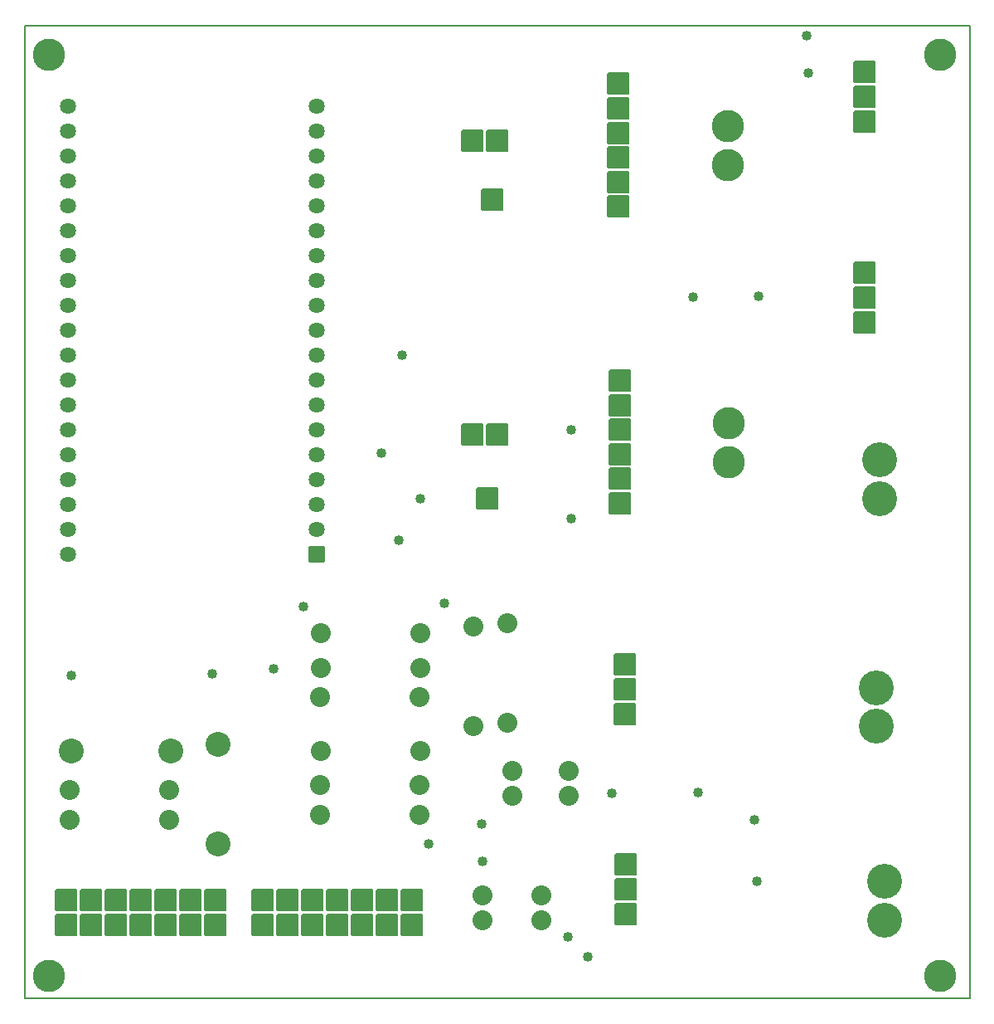
<source format=gbr>
G04 PROTEUS GERBER X2 FILE*
%TF.GenerationSoftware,Labcenter,Proteus,8.9-SP0-Build27865*%
%TF.CreationDate,2023-09-22T01:56:32+00:00*%
%TF.FileFunction,Soldermask,Bot*%
%TF.FilePolarity,Negative*%
%TF.Part,Single*%
%TF.SameCoordinates,{f1bbcda0-0957-4744-b51b-1f7c2430d0f4}*%
%FSLAX45Y45*%
%MOMM*%
G01*
%TA.AperFunction,Material*%
%ADD22C,1.016000*%
%AMPPAD015*
4,1,36,
-1.016000,1.143000,
1.016000,1.143000,
1.041970,1.140470,
1.065980,1.133200,
1.087580,1.121650,
1.106290,1.106290,
1.121650,1.087570,
1.133200,1.065980,
1.140470,1.041970,
1.143000,1.016000,
1.143000,-1.016000,
1.140470,-1.041970,
1.133200,-1.065980,
1.121650,-1.087570,
1.106290,-1.106290,
1.087580,-1.121650,
1.065980,-1.133200,
1.041970,-1.140470,
1.016000,-1.143000,
-1.016000,-1.143000,
-1.041970,-1.140470,
-1.065980,-1.133200,
-1.087580,-1.121650,
-1.106290,-1.106290,
-1.121650,-1.087570,
-1.133200,-1.065980,
-1.140470,-1.041970,
-1.143000,-1.016000,
-1.143000,1.016000,
-1.140470,1.041970,
-1.133200,1.065980,
-1.121650,1.087570,
-1.106290,1.106290,
-1.087580,1.121650,
-1.065980,1.133200,
-1.041970,1.140470,
-1.016000,1.143000,
0*%
%TA.AperFunction,Material*%
%ADD23PPAD015*%
%TA.AperFunction,Material*%
%ADD24C,2.032000*%
%ADD25C,2.540000*%
%AMPPAD018*
4,1,36,
1.143000,1.016000,
1.143000,-1.016000,
1.140470,-1.041970,
1.133200,-1.065980,
1.121650,-1.087580,
1.106290,-1.106290,
1.087570,-1.121650,
1.065980,-1.133200,
1.041970,-1.140470,
1.016000,-1.143000,
-1.016000,-1.143000,
-1.041970,-1.140470,
-1.065980,-1.133200,
-1.087570,-1.121650,
-1.106290,-1.106290,
-1.121650,-1.087580,
-1.133200,-1.065980,
-1.140470,-1.041970,
-1.143000,-1.016000,
-1.143000,1.016000,
-1.140470,1.041970,
-1.133200,1.065980,
-1.121650,1.087580,
-1.106290,1.106290,
-1.087570,1.121650,
-1.065980,1.133200,
-1.041970,1.140470,
-1.016000,1.143000,
1.016000,1.143000,
1.041970,1.140470,
1.065980,1.133200,
1.087570,1.121650,
1.106290,1.106290,
1.121650,1.087580,
1.133200,1.065980,
1.140470,1.041970,
1.143000,1.016000,
0*%
%TA.AperFunction,Material*%
%ADD26PPAD018*%
%TA.AperFunction,Material*%
%ADD27C,3.556000*%
%AMPPAD020*
4,1,36,
0.765000,-0.815000,
-0.765000,-0.815000,
-0.775220,-0.814000,
-0.784680,-0.811140,
-0.793180,-0.806590,
-0.800540,-0.800540,
-0.806590,-0.793180,
-0.811140,-0.784680,
-0.814000,-0.775220,
-0.815000,-0.765000,
-0.815000,0.765000,
-0.814000,0.775220,
-0.811140,0.784680,
-0.806590,0.793180,
-0.800540,0.800540,
-0.793180,0.806590,
-0.784680,0.811140,
-0.775220,0.814000,
-0.765000,0.815000,
0.765000,0.815000,
0.775220,0.814000,
0.784680,0.811140,
0.793180,0.806590,
0.800540,0.800540,
0.806590,0.793180,
0.811140,0.784680,
0.814000,0.775220,
0.815000,0.765000,
0.815000,-0.765000,
0.814000,-0.775220,
0.811140,-0.784680,
0.806590,-0.793180,
0.800540,-0.800540,
0.793180,-0.806590,
0.784680,-0.811140,
0.775220,-0.814000,
0.765000,-0.815000,
0*%
%TA.AperFunction,Material*%
%ADD28PPAD020*%
%ADD29C,1.630000*%
%TA.AperFunction,Material*%
%ADD72C,3.302000*%
%TA.AperFunction,Profile*%
%ADD70C,0.203200*%
%TD.AperFunction*%
D22*
X-8533142Y-4314388D03*
X-9971652Y-4328348D03*
X-3620535Y-470198D03*
X-2955159Y-458626D03*
X-6805578Y-2061591D03*
X-6631606Y-2954649D03*
X-4871652Y-2728348D03*
X-4871652Y-1828348D03*
X-6408578Y-2526421D03*
X-6595000Y-1064174D03*
X-6166098Y-3597270D03*
X-7602687Y-3628628D03*
X-7911929Y-4265632D03*
X-6324431Y-6053039D03*
X-2971652Y-6428348D03*
X-3000055Y-5805108D03*
X-3571652Y-5528348D03*
X-4450374Y-5537216D03*
X-4700000Y-7200000D03*
X-5771652Y-6228348D03*
X-4900000Y-7000000D03*
X-5783506Y-5845292D03*
X-2467119Y+2198933D03*
X-2443296Y+1816787D03*
D23*
X-10021652Y-6878348D03*
X-9767652Y-6878348D03*
X-9513652Y-6878348D03*
X-9259652Y-6878348D03*
X-9005652Y-6878348D03*
X-8751652Y-6878348D03*
X-8497652Y-6878348D03*
X-8497652Y-6624348D03*
X-8751652Y-6624348D03*
X-9005652Y-6624348D03*
X-9259652Y-6624348D03*
X-9513652Y-6624348D03*
X-9767652Y-6624348D03*
X-10021652Y-6624348D03*
X-8021652Y-6882348D03*
X-7767652Y-6882348D03*
X-7513652Y-6882348D03*
X-7259652Y-6882348D03*
X-7005652Y-6882348D03*
X-6751652Y-6882348D03*
X-6497652Y-6882348D03*
X-6497652Y-6628348D03*
X-6751652Y-6628348D03*
X-7005652Y-6628348D03*
X-7259652Y-6628348D03*
X-7513652Y-6628348D03*
X-7767652Y-6628348D03*
X-8021652Y-6628348D03*
D24*
X-7421652Y-4251348D03*
X-6405652Y-4251348D03*
X-7437652Y-5451348D03*
X-6421652Y-5451348D03*
X-6421652Y-5751348D03*
X-7437652Y-5751348D03*
X-8971652Y-5801348D03*
X-9987652Y-5801348D03*
X-9987652Y-5501348D03*
X-8971652Y-5501348D03*
X-5871652Y-4851348D03*
X-5871652Y-3835348D03*
X-5521652Y-4817348D03*
X-5521652Y-3801348D03*
X-6421652Y-4551348D03*
X-7437652Y-4551348D03*
X-6405652Y-3901348D03*
X-7421652Y-3901348D03*
X-5471652Y-5305348D03*
X-5471652Y-5559348D03*
X-4894652Y-5305348D03*
X-4894652Y-5559348D03*
X-5771652Y-6574348D03*
X-5771652Y-6828348D03*
X-5171652Y-6574348D03*
X-5171652Y-6828348D03*
D25*
X-8955652Y-5101348D03*
X-9971652Y-5101348D03*
X-8471652Y-5035348D03*
X-8471652Y-6051348D03*
D26*
X-5725652Y-2528348D03*
D23*
X-5621652Y-1878348D03*
X-5875652Y-1878348D03*
D24*
X-6405652Y-5101348D03*
X-7421652Y-5101348D03*
D26*
X-5671652Y+521652D03*
D23*
X-5621652Y+1121652D03*
X-5875652Y+1121652D03*
D26*
X-4311652Y-6264348D03*
X-4311652Y-6518348D03*
X-4311652Y-6772348D03*
X-4317652Y-4220348D03*
X-4317652Y-4474348D03*
X-4317652Y-4728348D03*
X-1871652Y-228348D03*
X-1871652Y-482348D03*
X-1871652Y-736348D03*
X-1871652Y+1825652D03*
X-1871652Y+1571652D03*
X-1871652Y+1317652D03*
D27*
X-1748532Y-4455228D03*
X-1748532Y-4851468D03*
X-1671652Y-6432108D03*
X-1671652Y-6828348D03*
X-1721652Y-2132108D03*
X-1721652Y-2528348D03*
D28*
X-7471652Y-3098348D03*
D29*
X-7471652Y-2844348D03*
X-7471652Y-2590348D03*
X-7471652Y-2336348D03*
X-7471652Y-2082348D03*
X-7471652Y-1828348D03*
X-7471652Y-1574348D03*
X-7471652Y-1320348D03*
X-7471652Y-1066348D03*
X-7471652Y-812357D03*
X-7471652Y-558348D03*
X-7471652Y-304348D03*
X-7471652Y-50348D03*
X-7471652Y+203652D03*
X-7471652Y+457652D03*
X-7471652Y+711652D03*
X-7471652Y+965652D03*
X-7471652Y+1219652D03*
X-7471652Y+1473652D03*
X-10011652Y+1473652D03*
X-10011652Y+1219652D03*
X-10011652Y+965652D03*
X-10011652Y+711652D03*
X-10011652Y+457652D03*
X-10011652Y+203652D03*
X-10011652Y-50348D03*
X-10011652Y-304348D03*
X-10011652Y-558348D03*
X-10011652Y-812357D03*
X-10011652Y-1066348D03*
X-10011652Y-1320348D03*
X-10011652Y-1574348D03*
X-10011652Y-1828348D03*
X-10011652Y-2082348D03*
X-10011652Y-2336348D03*
X-10011652Y-2590348D03*
X-10011652Y-2844348D03*
X-10011652Y-3098348D03*
D72*
X-3261652Y-2158348D03*
X-3261652Y-1758348D03*
D23*
X-4371652Y-1328348D03*
X-4371652Y-1578348D03*
X-4371652Y-1828348D03*
X-4371652Y-2078348D03*
X-4371652Y-2328348D03*
X-4371652Y-2578348D03*
D72*
X-3271652Y+871652D03*
X-3271652Y+1271652D03*
D23*
X-4381652Y+1701652D03*
X-4381652Y+1451652D03*
X-4381652Y+1201652D03*
X-4381652Y+951652D03*
X-4381652Y+701652D03*
X-4381652Y+451652D03*
D72*
X-1100000Y-7400000D03*
X-10200000Y-7400000D03*
X-10200000Y+2000000D03*
X-1100000Y+2000000D03*
D70*
X-10450000Y-7628348D02*
X-800000Y-7628348D01*
X-800000Y+2300000D01*
X-10450000Y+2300000D01*
X-10450000Y-7628348D01*
M02*

</source>
